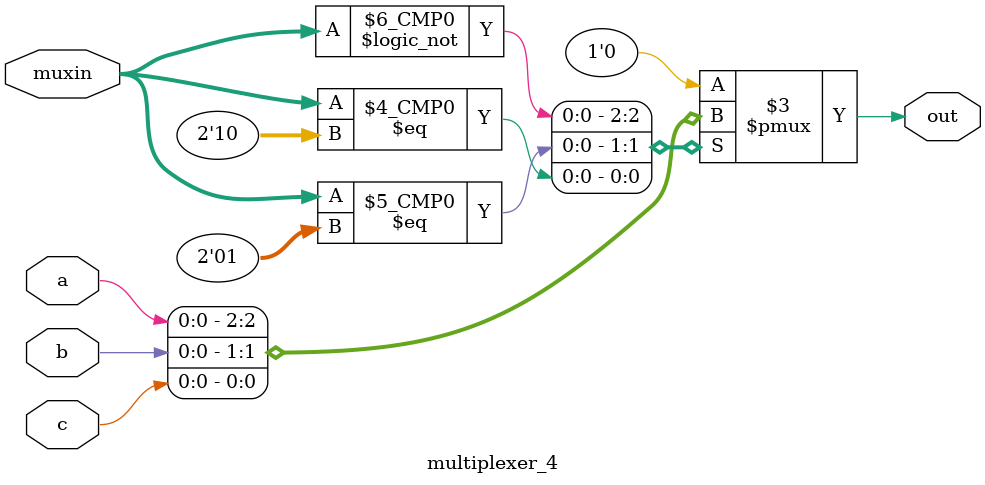
<source format=v>
`timescale 1ns / 1ps

module multiplexer_2_1bit(input wire muxin, input wire a, input wire b, output reg out);
    always @(*)begin
        case (muxin)
            0: out = a;
            1: out = b;
        endcase
    end
endmodule

module multiplexer_4(input wire[1:0] muxin, input wire a, input wire b, input wire c,output reg out);
    always @(*)begin
        case (muxin)
            2'b0: out = a;
            2'd1: out = b;
            2'd2: out = c;
            default: out = 1'b0;
        endcase
    end
endmodule
</source>
